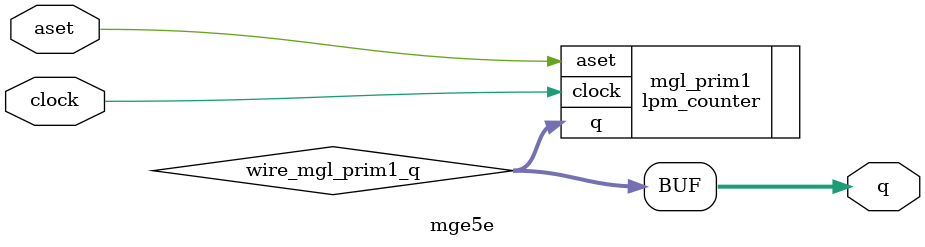
<source format=v>






//synthesis_resources = lpm_counter 1 
//synopsys translate_off
`timescale 1 ps / 1 ps
//synopsys translate_on
module  mge5e
	( 
	aset,
	clock,
	q) /* synthesis synthesis_clearbox=1 */;
	input   aset;
	input   clock;
	output   [3:0]  q;

	wire  [3:0]   wire_mgl_prim1_q;

	lpm_counter   mgl_prim1
	( 
	.aset(aset),
	.clock(clock),
	.q(wire_mgl_prim1_q));
	defparam
		mgl_prim1.lpm_avalue = 100,
		mgl_prim1.lpm_direction = "UP",
		mgl_prim1.lpm_port_updown = "PORT_UNUSED",
		mgl_prim1.lpm_type = "LPM_COUNTER",
		mgl_prim1.lpm_width = 4;
	assign
		q = wire_mgl_prim1_q;
endmodule //mge5e
//VALID FILE

</source>
